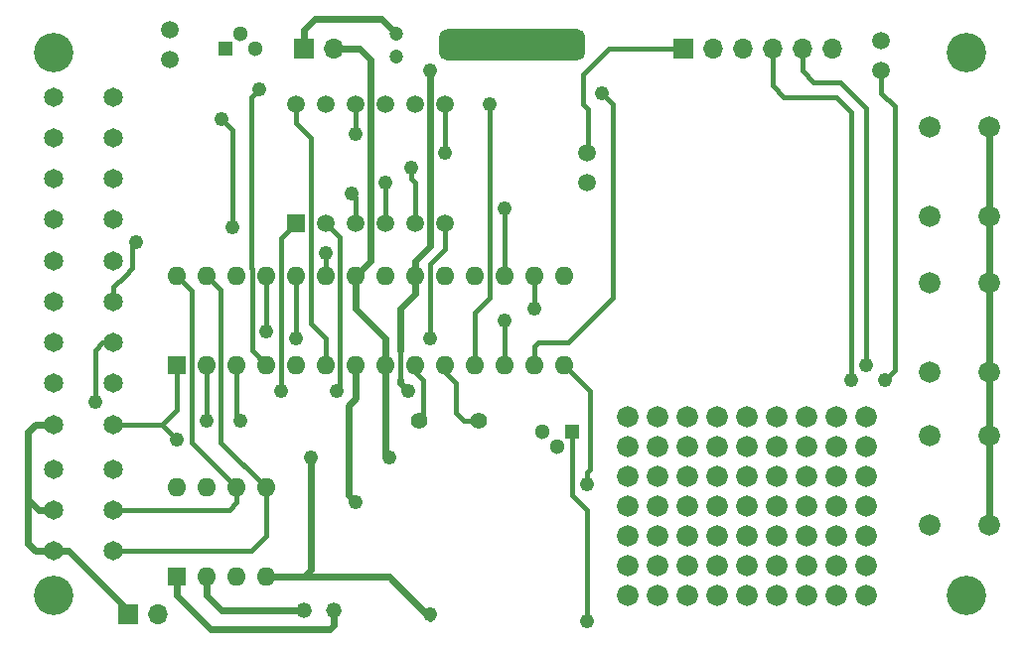
<source format=gbr>
%TF.GenerationSoftware,KiCad,Pcbnew,(5.1.6)-1*%
%TF.CreationDate,2021-02-06T11:25:37-03:00*%
%TF.ProjectId,GaroaRelogio,4761726f-6152-4656-9c6f-67696f2e6b69,rev?*%
%TF.SameCoordinates,Original*%
%TF.FileFunction,Copper,L2,Bot*%
%TF.FilePolarity,Positive*%
%FSLAX46Y46*%
G04 Gerber Fmt 4.6, Leading zero omitted, Abs format (unit mm)*
G04 Created by KiCad (PCBNEW (5.1.6)-1) date 2021-02-06 11:25:37*
%MOMM*%
%LPD*%
G01*
G04 APERTURE LIST*
%TA.AperFunction,ComponentPad*%
%ADD10C,1.828800*%
%TD*%
%TA.AperFunction,ComponentPad*%
%ADD11R,1.500000X1.500000*%
%TD*%
%TA.AperFunction,ComponentPad*%
%ADD12C,1.500000*%
%TD*%
%TA.AperFunction,ComponentPad*%
%ADD13R,1.300000X1.300000*%
%TD*%
%TA.AperFunction,ComponentPad*%
%ADD14C,1.300000*%
%TD*%
%TA.AperFunction,ComponentPad*%
%ADD15C,1.422400*%
%TD*%
%TA.AperFunction,ComponentPad*%
%ADD16R,1.700000X1.700000*%
%TD*%
%TA.AperFunction,ComponentPad*%
%ADD17O,1.700000X1.700000*%
%TD*%
%TA.AperFunction,ComponentPad*%
%ADD18C,1.200000*%
%TD*%
%TA.AperFunction,ComponentPad*%
%ADD19R,1.600000X1.600000*%
%TD*%
%TA.AperFunction,ComponentPad*%
%ADD20O,1.600000X1.600000*%
%TD*%
%TA.AperFunction,ComponentPad*%
%ADD21C,1.651000*%
%TD*%
%TA.AperFunction,ComponentPad*%
%ADD22C,1.320800*%
%TD*%
%TA.AperFunction,ComponentPad*%
%ADD23C,3.352800*%
%TD*%
%TA.AperFunction,ViaPad*%
%ADD24C,1.219200*%
%TD*%
%TA.AperFunction,Conductor*%
%ADD25C,0.609600*%
%TD*%
%TA.AperFunction,Conductor*%
%ADD26C,0.406400*%
%TD*%
G04 APERTURE END LIST*
%TO.P,PAD,1*%
%TO.N,N/C*%
%TA.AperFunction,ComponentPad*%
G36*
G01*
X131862500Y-60987500D02*
X131862500Y-59662500D01*
G75*
G02*
X132525000Y-59000000I662500J0D01*
G01*
X143700000Y-59000000D01*
G75*
G02*
X144362500Y-59662500I0J-662500D01*
G01*
X144362500Y-60987500D01*
G75*
G02*
X143700000Y-61650000I-662500J0D01*
G01*
X132525000Y-61650000D01*
G75*
G02*
X131862500Y-60987500I0J662500D01*
G01*
G37*
%TD.AperFunction*%
%TD*%
D10*
%TO.P,PAD,1*%
%TO.N,N/C*%
X168275000Y-107315000D03*
%TD*%
%TO.P,PAD,1*%
%TO.N,N/C*%
X150495000Y-107315000D03*
%TD*%
%TO.P,PAD,1*%
%TO.N,N/C*%
X153035000Y-107315000D03*
%TD*%
%TO.P,PAD,1*%
%TO.N,N/C*%
X163195000Y-107315000D03*
%TD*%
%TO.P,PAD,1*%
%TO.N,N/C*%
X160655000Y-107315000D03*
%TD*%
%TO.P,PAD,1*%
%TO.N,N/C*%
X147955000Y-107315000D03*
%TD*%
%TO.P,PAD,1*%
%TO.N,N/C*%
X165735000Y-107315000D03*
%TD*%
%TO.P,PAD,1*%
%TO.N,N/C*%
X158115000Y-107315000D03*
%TD*%
%TO.P,PAD,1*%
%TO.N,N/C*%
X155575000Y-107315000D03*
%TD*%
%TO.P,PAD,1*%
%TO.N,N/C*%
X168275000Y-104775000D03*
%TD*%
%TO.P,PAD,1*%
%TO.N,N/C*%
X150495000Y-104775000D03*
%TD*%
%TO.P,PAD,1*%
%TO.N,N/C*%
X153035000Y-104775000D03*
%TD*%
%TO.P,PAD,1*%
%TO.N,N/C*%
X163195000Y-104775000D03*
%TD*%
%TO.P,PAD,1*%
%TO.N,N/C*%
X160655000Y-104775000D03*
%TD*%
%TO.P,PAD,1*%
%TO.N,N/C*%
X147955000Y-104775000D03*
%TD*%
%TO.P,PAD,1*%
%TO.N,N/C*%
X165735000Y-104775000D03*
%TD*%
%TO.P,PAD,1*%
%TO.N,N/C*%
X158115000Y-104775000D03*
%TD*%
%TO.P,PAD,1*%
%TO.N,N/C*%
X155575000Y-104775000D03*
%TD*%
%TO.P,PAD,1*%
%TO.N,N/C*%
X168275000Y-102235000D03*
%TD*%
%TO.P,PAD,1*%
%TO.N,N/C*%
X150495000Y-102235000D03*
%TD*%
%TO.P,PAD,1*%
%TO.N,N/C*%
X153035000Y-102235000D03*
%TD*%
%TO.P,PAD,1*%
%TO.N,N/C*%
X163195000Y-102235000D03*
%TD*%
%TO.P,PAD,1*%
%TO.N,N/C*%
X160655000Y-102235000D03*
%TD*%
%TO.P,PAD,1*%
%TO.N,N/C*%
X147955000Y-102235000D03*
%TD*%
%TO.P,PAD,1*%
%TO.N,N/C*%
X165735000Y-102235000D03*
%TD*%
%TO.P,PAD,1*%
%TO.N,N/C*%
X158115000Y-102235000D03*
%TD*%
%TO.P,PAD,1*%
%TO.N,N/C*%
X155575000Y-102235000D03*
%TD*%
%TO.P,PAD,1*%
%TO.N,N/C*%
X168275000Y-99695000D03*
%TD*%
%TO.P,PAD,1*%
%TO.N,N/C*%
X150495000Y-99695000D03*
%TD*%
%TO.P,PAD,1*%
%TO.N,N/C*%
X153035000Y-99695000D03*
%TD*%
%TO.P,PAD,1*%
%TO.N,N/C*%
X163195000Y-99695000D03*
%TD*%
%TO.P,PAD,1*%
%TO.N,N/C*%
X160655000Y-99695000D03*
%TD*%
%TO.P,PAD,1*%
%TO.N,N/C*%
X147955000Y-99695000D03*
%TD*%
%TO.P,PAD,1*%
%TO.N,N/C*%
X165735000Y-99695000D03*
%TD*%
%TO.P,PAD,1*%
%TO.N,N/C*%
X158115000Y-99695000D03*
%TD*%
%TO.P,PAD,1*%
%TO.N,N/C*%
X155575000Y-99695000D03*
%TD*%
%TO.P,PAD,1*%
%TO.N,N/C*%
X168275000Y-97155000D03*
%TD*%
%TO.P,PAD,1*%
%TO.N,N/C*%
X150495000Y-97155000D03*
%TD*%
%TO.P,PAD,1*%
%TO.N,N/C*%
X153035000Y-97155000D03*
%TD*%
%TO.P,PAD,1*%
%TO.N,N/C*%
X163195000Y-97155000D03*
%TD*%
%TO.P,PAD,1*%
%TO.N,N/C*%
X160655000Y-97155000D03*
%TD*%
%TO.P,PAD,1*%
%TO.N,N/C*%
X147955000Y-97155000D03*
%TD*%
%TO.P,PAD,1*%
%TO.N,N/C*%
X165735000Y-97155000D03*
%TD*%
%TO.P,PAD,1*%
%TO.N,N/C*%
X158115000Y-97155000D03*
%TD*%
%TO.P,PAD,1*%
%TO.N,N/C*%
X155575000Y-97155000D03*
%TD*%
%TO.P,PAD,1*%
%TO.N,N/C*%
X168275000Y-94615000D03*
%TD*%
%TO.P,PAD,1*%
%TO.N,N/C*%
X150495000Y-94615000D03*
%TD*%
%TO.P,PAD,1*%
%TO.N,N/C*%
X153035000Y-94615000D03*
%TD*%
%TO.P,PAD,1*%
%TO.N,N/C*%
X155575000Y-94615000D03*
%TD*%
%TO.P,PAD,1*%
%TO.N,N/C*%
X158115000Y-94615000D03*
%TD*%
%TO.P,PAD,1*%
%TO.N,N/C*%
X165735000Y-94615000D03*
%TD*%
%TO.P,PAD,1*%
%TO.N,N/C*%
X147955000Y-94615000D03*
%TD*%
%TO.P,PAD,1*%
%TO.N,N/C*%
X160655000Y-94615000D03*
%TD*%
%TO.P,PAD,1*%
%TO.N,N/C*%
X163195000Y-94615000D03*
%TD*%
%TO.P,PAD,1*%
%TO.N,N/C*%
X168275000Y-92075000D03*
%TD*%
%TO.P,PAD,1*%
%TO.N,N/C*%
X165735000Y-92075000D03*
%TD*%
%TO.P,PAD,1*%
%TO.N,N/C*%
X163195000Y-92075000D03*
%TD*%
%TO.P,PAD,1*%
%TO.N,N/C*%
X160655000Y-92075000D03*
%TD*%
%TO.P,PAD,1*%
%TO.N,N/C*%
X158115000Y-92075000D03*
%TD*%
%TO.P,PAD,1*%
%TO.N,N/C*%
X155575000Y-92075000D03*
%TD*%
%TO.P,PAD,1*%
%TO.N,N/C*%
X153035000Y-92075000D03*
%TD*%
%TO.P,PAD,1*%
%TO.N,N/C*%
X150495000Y-92075000D03*
%TD*%
%TO.P,PAD,1*%
%TO.N,N/C*%
X147955000Y-92075000D03*
%TD*%
D11*
%TO.P,DSP1,1*%
%TO.N,Net-(DSP1-Pad1)*%
X119697500Y-75565000D03*
D12*
%TO.P,DSP1,2*%
%TO.N,Net-(DSP1-Pad2)*%
X122237500Y-75565000D03*
%TO.P,DSP1,3*%
%TO.N,Net-(DSP1-Pad3)*%
X124777500Y-75565000D03*
%TO.P,DSP1,4*%
%TO.N,Net-(DSP1-Pad4)*%
X127317500Y-75565000D03*
%TO.P,DSP1,5*%
%TO.N,Net-(DSP1-Pad5)*%
X129857500Y-75565000D03*
%TO.P,DSP1,6*%
%TO.N,DIG4*%
X132397500Y-75565000D03*
%TO.P,DSP1,7*%
%TO.N,Net-(DSP1-Pad7)*%
X132397500Y-65405000D03*
%TO.P,DSP1,8*%
%TO.N,DIG3*%
X129857500Y-65405000D03*
%TO.P,DSP1,9*%
%TO.N,DIG2*%
X127317500Y-65405000D03*
%TO.P,DSP1,10*%
%TO.N,Net-(DSP1-Pad10)*%
X124777500Y-65405000D03*
%TO.P,DSP1,11*%
%TO.N,Net-(DSP1-Pad11)*%
X122237500Y-65405000D03*
%TO.P,DSP1,12*%
%TO.N,DIG1*%
X119697500Y-65405000D03*
%TD*%
D13*
%TO.P,Q1,1*%
%TO.N,Net-(BZ1-Pad2)*%
X143192500Y-93345000D03*
D14*
%TO.P,Q1,3*%
%TO.N,GND*%
X140652500Y-93345000D03*
%TO.P,Q1,2*%
%TO.N,Net-(Q1-Pad2)*%
X141922500Y-94615000D03*
%TD*%
D10*
%TO.P,SW1,1*%
%TO.N,Net-(CI1-Pad17)*%
X173672500Y-67310000D03*
%TO.P,SW1,2*%
%TO.N,GND*%
X178752500Y-67310000D03*
%TO.P,SW1,1*%
%TO.N,Net-(CI1-Pad17)*%
X173672500Y-74930000D03*
%TO.P,SW1,2*%
%TO.N,GND*%
X178752500Y-74930000D03*
%TD*%
D15*
%TO.P,X1,1*%
%TO.N,Net-(CI1-Pad9)*%
X130175000Y-92392500D03*
%TO.P,X1,2*%
%TO.N,Net-(CI1-Pad10)*%
X135255000Y-92392500D03*
%TD*%
D16*
%TO.P,BZ1,1*%
%TO.N,+5V*%
X105410000Y-108902500D03*
D17*
%TO.P,BZ1,2*%
%TO.N,Net-(BZ1-Pad2)*%
X107950000Y-108902500D03*
%TD*%
D12*
%TO.P,C1,1*%
%TO.N,Net-(C1-Pad1)*%
X144462500Y-72072500D03*
%TO.P,C1,2*%
%TO.N,GND*%
X144462500Y-69532500D03*
%TD*%
D18*
%TO.P,C2,1*%
%TO.N,Net-(C2-Pad1)*%
X128270000Y-59372500D03*
%TO.P,C2,2*%
%TO.N,GND*%
X128270000Y-61372500D03*
%TD*%
D12*
%TO.P,C3,2*%
%TO.N,GND*%
X108902500Y-59055000D03*
%TO.P,C3,1*%
%TO.N,+5V*%
X108902500Y-61595000D03*
%TD*%
%TO.P,C7,1*%
%TO.N,Net-(C7-Pad1)*%
X169545000Y-60007500D03*
%TO.P,C7,2*%
%TO.N,Net-(C7-Pad2)*%
X169545000Y-62547500D03*
%TD*%
D19*
%TO.P,CI1,1*%
%TO.N,Net-(C7-Pad2)*%
X109537500Y-87630000D03*
D20*
%TO.P,CI1,15*%
%TO.N,DP*%
X142557500Y-80010000D03*
%TO.P,CI1,2*%
%TO.N,Net-(CI1-Pad2)*%
X112077500Y-87630000D03*
%TO.P,CI1,16*%
%TO.N,G*%
X140017500Y-80010000D03*
%TO.P,CI1,3*%
%TO.N,Net-(CI1-Pad3)*%
X114617500Y-87630000D03*
%TO.P,CI1,17*%
%TO.N,Net-(CI1-Pad17)*%
X137477500Y-80010000D03*
%TO.P,CI1,4*%
%TO.N,DIG3*%
X117157500Y-87630000D03*
%TO.P,CI1,18*%
%TO.N,Net-(CI1-Pad18)*%
X134937500Y-80010000D03*
%TO.P,CI1,5*%
%TO.N,DIG4*%
X119697500Y-87630000D03*
%TO.P,CI1,19*%
%TO.N,Net-(CI1-Pad19)*%
X132397500Y-80010000D03*
%TO.P,CI1,6*%
%TO.N,DIG1*%
X122237500Y-87630000D03*
%TO.P,CI1,20*%
%TO.N,+5V*%
X129857500Y-80010000D03*
%TO.P,CI1,7*%
X124777500Y-87630000D03*
%TO.P,CI1,21*%
%TO.N,Net-(C1-Pad1)*%
X127317500Y-80010000D03*
%TO.P,CI1,8*%
%TO.N,GND*%
X127317500Y-87630000D03*
%TO.P,CI1,22*%
X124777500Y-80010000D03*
%TO.P,CI1,9*%
%TO.N,Net-(CI1-Pad9)*%
X129857500Y-87630000D03*
%TO.P,CI1,23*%
%TO.N,F*%
X122237500Y-80010000D03*
%TO.P,CI1,10*%
%TO.N,Net-(CI1-Pad10)*%
X132397500Y-87630000D03*
%TO.P,CI1,24*%
%TO.N,E*%
X119697500Y-80010000D03*
%TO.P,CI1,11*%
%TO.N,DIG2*%
X134937500Y-87630000D03*
%TO.P,CI1,25*%
%TO.N,D*%
X117157500Y-80010000D03*
%TO.P,CI1,12*%
%TO.N,B*%
X137477500Y-87630000D03*
%TO.P,CI1,26*%
%TO.N,C*%
X114617500Y-80010000D03*
%TO.P,CI1,13*%
%TO.N,A*%
X140017500Y-87630000D03*
%TO.P,CI1,27*%
%TO.N,/i2C_SDA*%
X112077500Y-80010000D03*
%TO.P,CI1,14*%
%TO.N,Net-(CI1-Pad14)*%
X142557500Y-87630000D03*
%TO.P,CI1,28*%
%TO.N,/i2C_SCL*%
X109537500Y-80010000D03*
%TD*%
D19*
%TO.P,CI2,1*%
%TO.N,Net-(CI2-Pad1)*%
X109537500Y-105727500D03*
D20*
%TO.P,CI2,5*%
%TO.N,/i2C_SDA*%
X117157500Y-98107500D03*
%TO.P,CI2,2*%
%TO.N,Net-(CI2-Pad2)*%
X112077500Y-105727500D03*
%TO.P,CI2,6*%
%TO.N,/i2C_SCL*%
X114617500Y-98107500D03*
%TO.P,CI2,3*%
%TO.N,Net-(BAT1-Pad1)*%
X114617500Y-105727500D03*
%TO.P,CI2,7*%
%TO.N,Net-(CI2-Pad7)*%
X112077500Y-98107500D03*
%TO.P,CI2,4*%
%TO.N,GND*%
X117157500Y-105727500D03*
%TO.P,CI2,8*%
%TO.N,+5V*%
X109537500Y-98107500D03*
%TD*%
D16*
%TO.P,P1,1*%
%TO.N,GND*%
X152717500Y-60642500D03*
D17*
%TO.P,P1,2*%
%TO.N,Net-(P1-Pad2)*%
X155257500Y-60642500D03*
%TO.P,P1,3*%
%TO.N,+5V*%
X157797500Y-60642500D03*
%TO.P,P1,4*%
%TO.N,Net-(CI1-Pad2)*%
X160337500Y-60642500D03*
%TO.P,P1,5*%
%TO.N,Net-(CI1-Pad3)*%
X162877500Y-60642500D03*
%TO.P,P1,6*%
%TO.N,Net-(C7-Pad1)*%
X165417500Y-60642500D03*
%TD*%
%TO.P,P2,2*%
%TO.N,GND*%
X122872500Y-60642500D03*
D16*
%TO.P,P2,1*%
%TO.N,Net-(C2-Pad1)*%
X120332500Y-60642500D03*
%TD*%
D21*
%TO.P,R3,2*%
%TO.N,Net-(CI1-Pad14)*%
X104140000Y-96520000D03*
%TO.P,R3,1*%
%TO.N,Net-(Q1-Pad2)*%
X99060000Y-96520000D03*
%TD*%
%TO.P,R7,2*%
%TO.N,B*%
X99060000Y-71755000D03*
%TO.P,R7,1*%
%TO.N,Net-(DSP1-Pad7)*%
X104140000Y-71755000D03*
%TD*%
%TO.P,R8,2*%
%TO.N,D*%
X99060000Y-85725000D03*
%TO.P,R8,1*%
%TO.N,Net-(DSP1-Pad2)*%
X104140000Y-85725000D03*
%TD*%
%TO.P,R9,2*%
%TO.N,F*%
X99060000Y-68262500D03*
%TO.P,R9,1*%
%TO.N,Net-(DSP1-Pad10)*%
X104140000Y-68262500D03*
%TD*%
%TO.P,R10,2*%
%TO.N,DP*%
X99060000Y-82232500D03*
%TO.P,R10,1*%
%TO.N,Net-(DSP1-Pad3)*%
X104140000Y-82232500D03*
%TD*%
%TO.P,R11,1*%
%TO.N,Net-(DSP1-Pad11)*%
X104140000Y-64770000D03*
%TO.P,R11,2*%
%TO.N,A*%
X99060000Y-64770000D03*
%TD*%
%TO.P,R12,1*%
%TO.N,Net-(DSP1-Pad4)*%
X104140000Y-78740000D03*
%TO.P,R12,2*%
%TO.N,C*%
X99060000Y-78740000D03*
%TD*%
%TO.P,R13,1*%
%TO.N,Net-(DSP1-Pad1)*%
X104140000Y-89217500D03*
%TO.P,R13,2*%
%TO.N,E*%
X99060000Y-89217500D03*
%TD*%
%TO.P,R14,1*%
%TO.N,Net-(DSP1-Pad5)*%
X104140000Y-75247500D03*
%TO.P,R14,2*%
%TO.N,G*%
X99060000Y-75247500D03*
%TD*%
D10*
%TO.P,SW2,2*%
%TO.N,GND*%
X178752500Y-88265000D03*
%TO.P,SW2,1*%
%TO.N,Net-(CI1-Pad18)*%
X173672500Y-88265000D03*
%TO.P,SW2,2*%
%TO.N,GND*%
X178752500Y-80645000D03*
%TO.P,SW2,1*%
%TO.N,Net-(CI1-Pad18)*%
X173672500Y-80645000D03*
%TD*%
%TO.P,SW3,1*%
%TO.N,Net-(CI1-Pad19)*%
X173672500Y-93662500D03*
%TO.P,SW3,2*%
%TO.N,GND*%
X178752500Y-93662500D03*
%TO.P,SW3,1*%
%TO.N,Net-(CI1-Pad19)*%
X173672500Y-101282500D03*
%TO.P,SW3,2*%
%TO.N,GND*%
X178752500Y-101282500D03*
%TD*%
D22*
%TO.P,X2,1*%
%TO.N,Net-(CI2-Pad2)*%
X120332500Y-108585000D03*
%TO.P,X2,2*%
%TO.N,Net-(CI2-Pad1)*%
X122872500Y-108585000D03*
%TD*%
D21*
%TO.P,R5,1*%
%TO.N,+5V*%
X99060000Y-92710000D03*
%TO.P,R5,2*%
%TO.N,Net-(C7-Pad2)*%
X104140000Y-92710000D03*
%TD*%
D14*
%TO.P,CI3,2*%
%TO.N,GND*%
X114935000Y-59372500D03*
%TO.P,CI3,3*%
%TO.N,Net-(C2-Pad1)*%
X116205000Y-60642500D03*
D13*
%TO.P,CI3,1*%
%TO.N,+5V*%
X113665000Y-60642500D03*
%TD*%
D21*
%TO.P,R15,2*%
%TO.N,+5V*%
X99060000Y-100012500D03*
%TO.P,R15,1*%
%TO.N,/i2C_SCL*%
X104140000Y-100012500D03*
%TD*%
%TO.P,R16,1*%
%TO.N,/i2C_SDA*%
X104140000Y-103505000D03*
%TO.P,R16,2*%
%TO.N,+5V*%
X99060000Y-103505000D03*
%TD*%
D23*
%TO.P,Z1,1*%
%TO.N,Net-(Z1-Pad1)*%
X99060000Y-60960000D03*
%TD*%
%TO.P,Z2,1*%
%TO.N,Net-(Z2-Pad1)*%
X99060000Y-107315000D03*
%TD*%
%TO.P,Z3,1*%
%TO.N,Net-(Z3-Pad1)*%
X176847500Y-60960000D03*
%TD*%
%TO.P,Z4,1*%
%TO.N,Net-(Z4-Pad1)*%
X176847500Y-107315000D03*
%TD*%
D24*
%TO.N,GND*%
X131127500Y-108902500D03*
X127635000Y-95567500D03*
X120967500Y-95567500D03*
%TO.N,+5V*%
X124777500Y-99377500D03*
X129222500Y-89852500D03*
X131127500Y-62547500D03*
%TO.N,Net-(BZ1-Pad2)*%
X144462500Y-109537500D03*
%TO.N,Net-(C7-Pad2)*%
X109537500Y-93980000D03*
X169862500Y-88900000D03*
%TO.N,Net-(CI1-Pad2)*%
X112077500Y-92392500D03*
X167005000Y-88900000D03*
%TO.N,G*%
X140017500Y-82867500D03*
%TO.N,Net-(CI1-Pad3)*%
X114935000Y-92392500D03*
X168275000Y-87630000D03*
%TO.N,Net-(CI1-Pad17)*%
X137477500Y-74295000D03*
%TO.N,DIG3*%
X116522500Y-64135000D03*
%TO.N,DIG4*%
X131127500Y-85407500D03*
%TO.N,F*%
X122237500Y-78105000D03*
X114300000Y-75882500D03*
X113347500Y-66675000D03*
%TO.N,E*%
X119697500Y-85407500D03*
%TO.N,DIG2*%
X136207500Y-65405000D03*
%TO.N,D*%
X117157500Y-84772500D03*
%TO.N,B*%
X137477500Y-83820000D03*
%TO.N,A*%
X145732500Y-64452500D03*
%TO.N,Net-(CI1-Pad14)*%
X144462500Y-97790000D03*
%TO.N,Net-(DSP1-Pad1)*%
X118427500Y-89852500D03*
%TO.N,Net-(DSP1-Pad2)*%
X102552500Y-90805000D03*
X123190000Y-89852500D03*
%TO.N,Net-(DSP1-Pad3)*%
X106045000Y-77152500D03*
X124460000Y-73025000D03*
%TO.N,Net-(DSP1-Pad4)*%
X127317500Y-72072500D03*
%TO.N,Net-(DSP1-Pad5)*%
X129540000Y-70802500D03*
X129540000Y-70802500D03*
%TO.N,Net-(DSP1-Pad7)*%
X132397500Y-69532500D03*
%TO.N,Net-(DSP1-Pad10)*%
X124777500Y-67945000D03*
%TD*%
D25*
%TO.N,GND*%
X178752500Y-67310000D02*
X178752500Y-74930000D01*
X178752500Y-74930000D02*
X178752500Y-80645000D01*
X178752500Y-80645000D02*
X178752500Y-88265000D01*
X178752500Y-88265000D02*
X178752500Y-93662500D01*
X178752500Y-93662500D02*
X178752500Y-101282500D01*
X127317500Y-87630000D02*
X127317500Y-85407500D01*
X127317500Y-85407500D02*
X124777500Y-82867500D01*
X124777500Y-82867500D02*
X124777500Y-80010000D01*
X120332500Y-105727500D02*
X117157500Y-105727500D01*
X131127500Y-108902500D02*
X131127500Y-109220000D01*
X131127500Y-109220000D02*
X127635000Y-105727500D01*
X127635000Y-105727500D02*
X120332500Y-105727500D01*
X125095000Y-60642500D02*
X122872500Y-60642500D01*
X126047500Y-61595000D02*
X125095000Y-60642500D01*
X124777500Y-80010000D02*
X126047500Y-78740000D01*
X126047500Y-78740000D02*
X126047500Y-61595000D01*
X120967500Y-105092500D02*
X120332500Y-105727500D01*
X120967500Y-95567500D02*
X120967500Y-105092500D01*
X127317500Y-95250000D02*
X127635000Y-95567500D01*
X127317500Y-87630000D02*
X127317500Y-95250000D01*
D26*
X146367500Y-60642500D02*
X152717500Y-60642500D01*
X144568420Y-69426580D02*
X144568420Y-65828420D01*
X144462500Y-69532500D02*
X144568420Y-69426580D01*
X144568420Y-65828420D02*
X144145000Y-65405000D01*
X144145000Y-65405000D02*
X144145000Y-62865000D01*
X144145000Y-62865000D02*
X146367500Y-60642500D01*
D25*
%TO.N,+5V*%
X97472500Y-103505000D02*
X99060000Y-103505000D01*
X96837500Y-102870000D02*
X97472500Y-103505000D01*
X99060000Y-92710000D02*
X97472500Y-92710000D01*
X97472500Y-92710000D02*
X96837500Y-93345000D01*
X99060000Y-100012500D02*
X97790000Y-100012500D01*
X96837500Y-93345000D02*
X96837500Y-99060000D01*
X97790000Y-100012500D02*
X96837500Y-99060000D01*
X96837500Y-99060000D02*
X96837500Y-102870000D01*
X105410000Y-108585000D02*
X105410000Y-108902500D01*
X99060000Y-103505000D02*
X100330000Y-103505000D01*
X100330000Y-103505000D02*
X105410000Y-108585000D01*
X124142500Y-98742500D02*
X124777500Y-99377500D01*
X124142500Y-91122500D02*
X124142500Y-98742500D01*
X124777500Y-87630000D02*
X124777500Y-90487500D01*
X124777500Y-90487500D02*
X124142500Y-91122500D01*
X129857500Y-80010000D02*
X129857500Y-81597500D01*
X129857500Y-81597500D02*
X128587500Y-82867500D01*
X128587500Y-82867500D02*
X128587500Y-86360000D01*
D26*
X128587500Y-86360000D02*
X128587500Y-88900000D01*
D25*
X128587500Y-88900000D02*
X128587500Y-89217500D01*
X128587500Y-89217500D02*
X129222500Y-89852500D01*
X129222500Y-89852500D02*
X129222500Y-89852500D01*
X129857500Y-78740000D02*
X129857500Y-80010000D01*
X131127500Y-77470000D02*
X129857500Y-78740000D01*
X131127500Y-62547500D02*
X131127500Y-77470000D01*
D26*
%TO.N,Net-(BZ1-Pad2)*%
X144462500Y-109537500D02*
X144462500Y-100012500D01*
X144462500Y-100012500D02*
X143192500Y-98742500D01*
X143192500Y-98742500D02*
X143192500Y-93345000D01*
D25*
%TO.N,Net-(C2-Pad1)*%
X127000000Y-58102500D02*
X128270000Y-59372500D01*
X121285000Y-58102500D02*
X127000000Y-58102500D01*
X120332500Y-60642500D02*
X120332500Y-59055000D01*
X120332500Y-59055000D02*
X121285000Y-58102500D01*
D26*
%TO.N,Net-(C7-Pad2)*%
X104140000Y-92710000D02*
X108267500Y-92710000D01*
X108267500Y-92710000D02*
X109537500Y-91440000D01*
X109537500Y-91440000D02*
X109537500Y-87630000D01*
X108267500Y-92710000D02*
X109537500Y-93980000D01*
X109537500Y-93980000D02*
X109537500Y-93980000D01*
X169545000Y-64452500D02*
X169545000Y-62547500D01*
X170698201Y-65605701D02*
X169545000Y-64452500D01*
X169862500Y-88900000D02*
X170698201Y-88064299D01*
X170698201Y-88064299D02*
X170698201Y-65605701D01*
%TO.N,Net-(CI1-Pad2)*%
X112077500Y-87630000D02*
X112077500Y-92392500D01*
X112077500Y-92392500D02*
X112077500Y-92392500D01*
X160337500Y-63817500D02*
X160337500Y-60642500D01*
X161290000Y-64770000D02*
X160337500Y-63817500D01*
X165735000Y-64770000D02*
X161290000Y-64770000D01*
X167005000Y-88900000D02*
X167005000Y-66040000D01*
X167005000Y-66040000D02*
X165735000Y-64770000D01*
%TO.N,G*%
X140017500Y-80010000D02*
X140017500Y-82867500D01*
%TO.N,Net-(CI1-Pad3)*%
X114617500Y-87630000D02*
X114617500Y-92075000D01*
X114617500Y-92075000D02*
X114935000Y-92392500D01*
X114935000Y-92392500D02*
X114935000Y-92392500D01*
X163830000Y-63500000D02*
X162877500Y-62547500D01*
X166052500Y-63500000D02*
X163830000Y-63500000D01*
X168275000Y-87630000D02*
X168275000Y-65722500D01*
X162877500Y-62547500D02*
X162877500Y-60642500D01*
X168275000Y-65722500D02*
X166052500Y-63500000D01*
%TO.N,Net-(CI1-Pad17)*%
X137477500Y-74295000D02*
X137477500Y-80010000D01*
%TO.N,DIG3*%
X115954299Y-86426799D02*
X115954299Y-79432463D01*
X117157500Y-87630000D02*
X115954299Y-86426799D01*
X115954299Y-79432463D02*
X115887500Y-79365664D01*
X115887500Y-79365664D02*
X115887500Y-75882500D01*
X115887500Y-75882500D02*
X115887500Y-64770000D01*
X115887500Y-64770000D02*
X116522500Y-64135000D01*
X116522500Y-64135000D02*
X116522500Y-64135000D01*
%TO.N,DIG4*%
X131127500Y-79057500D02*
X131127500Y-85407500D01*
X132397500Y-75565000D02*
X132397500Y-77787500D01*
X132397500Y-77787500D02*
X131127500Y-79057500D01*
%TO.N,DIG1*%
X122237500Y-87630000D02*
X122237500Y-85407500D01*
X122237500Y-85407500D02*
X120967500Y-84137500D01*
X120967500Y-84137500D02*
X120967500Y-68262500D01*
X120967500Y-68262500D02*
X119697500Y-66992500D01*
X119697500Y-66992500D02*
X119697500Y-65405000D01*
%TO.N,Net-(CI1-Pad9)*%
X129857500Y-87630000D02*
X129857500Y-88265000D01*
X129857500Y-88265000D02*
X130492500Y-88900000D01*
X130492500Y-92075000D02*
X130175000Y-92392500D01*
X130492500Y-88900000D02*
X130492500Y-92075000D01*
%TO.N,F*%
X122237500Y-80010000D02*
X122237500Y-78105000D01*
X122237500Y-78105000D02*
X122237500Y-78105000D01*
X114300000Y-75882500D02*
X114300000Y-67627500D01*
X114300000Y-67627500D02*
X113347500Y-66675000D01*
X113347500Y-66675000D02*
X113347500Y-66675000D01*
%TO.N,Net-(CI1-Pad10)*%
X133985000Y-92392500D02*
X135255000Y-92392500D01*
X133350000Y-91757500D02*
X133985000Y-92392500D01*
X133350000Y-89217500D02*
X133350000Y-91757500D01*
X132397500Y-87630000D02*
X132397500Y-88265000D01*
X132397500Y-88265000D02*
X133350000Y-89217500D01*
%TO.N,E*%
X119697500Y-85407500D02*
X119697500Y-80010000D01*
%TO.N,DIG2*%
X134937500Y-83185000D02*
X134937500Y-87630000D01*
X136207500Y-65405000D02*
X136207500Y-81915000D01*
X136207500Y-81915000D02*
X134937500Y-83185000D01*
%TO.N,D*%
X117157500Y-84772500D02*
X117157500Y-80010000D01*
%TO.N,B*%
X137477500Y-83820000D02*
X137477500Y-87630000D01*
%TO.N,A*%
X146685000Y-65405000D02*
X145732500Y-64452500D01*
X140017500Y-86042500D02*
X140335000Y-85725000D01*
X140017500Y-87630000D02*
X140017500Y-86042500D01*
X140335000Y-85725000D02*
X142875000Y-85725000D01*
X142875000Y-85725000D02*
X146685000Y-81915000D01*
X146685000Y-81915000D02*
X146685000Y-65405000D01*
%TO.N,/i2C_SDA*%
X104140000Y-103505000D02*
X115887500Y-103505000D01*
X115887500Y-103505000D02*
X117157500Y-102235000D01*
X117157500Y-102235000D02*
X117157500Y-98107500D01*
X113280701Y-81213201D02*
X112077500Y-80010000D01*
X113280701Y-94230701D02*
X113280701Y-81213201D01*
X117157500Y-98107500D02*
X113280701Y-94230701D01*
%TO.N,Net-(CI1-Pad14)*%
X144462500Y-97790000D02*
X144462500Y-96837500D01*
X144780000Y-89852500D02*
X142557500Y-87630000D01*
X144780000Y-96520000D02*
X144780000Y-89852500D01*
X144462500Y-96837500D02*
X144780000Y-96520000D01*
%TO.N,/i2C_SCL*%
X104140000Y-100012500D02*
X113982500Y-100012500D01*
X113982500Y-100012500D02*
X114617500Y-99377500D01*
X114617500Y-99377500D02*
X114617500Y-98107500D01*
X110807500Y-81280000D02*
X109537500Y-80010000D01*
X114617500Y-98107500D02*
X110807500Y-94297500D01*
X110807500Y-94297500D02*
X110807500Y-81280000D01*
D25*
%TO.N,Net-(CI2-Pad1)*%
X109537500Y-107315000D02*
X109537500Y-105727500D01*
X112395000Y-110172500D02*
X109537500Y-107315000D01*
X122555000Y-110172500D02*
X112395000Y-110172500D01*
X122872500Y-108585000D02*
X122872500Y-109855000D01*
X122872500Y-109855000D02*
X122555000Y-110172500D01*
%TO.N,Net-(CI2-Pad2)*%
X120332500Y-108585000D02*
X113347500Y-108585000D01*
X113347500Y-108585000D02*
X112077500Y-107315000D01*
X112077500Y-107315000D02*
X112077500Y-105727500D01*
D26*
%TO.N,Net-(DSP1-Pad1)*%
X119697500Y-75565000D02*
X118427500Y-76835000D01*
X118427500Y-76835000D02*
X118427500Y-89852500D01*
X118427500Y-89852500D02*
X118427500Y-90170000D01*
%TO.N,Net-(DSP1-Pad2)*%
X103187500Y-85725000D02*
X104140000Y-85725000D01*
X102552500Y-90805000D02*
X102552500Y-86360000D01*
X102552500Y-86360000D02*
X103187500Y-85725000D01*
X123440701Y-76768201D02*
X122237500Y-75565000D01*
X123190000Y-89852500D02*
X123440701Y-89919299D01*
X123440701Y-89919299D02*
X123440701Y-76768201D01*
%TO.N,Net-(DSP1-Pad3)*%
X104140000Y-82232500D02*
X104140000Y-80962500D01*
X104140000Y-80962500D02*
X105092500Y-80010000D01*
X105092500Y-80010000D02*
X105727500Y-79375000D01*
X105727500Y-79375000D02*
X105727500Y-77470000D01*
X105727500Y-77470000D02*
X106045000Y-77152500D01*
X106045000Y-77152500D02*
X106045000Y-77152500D01*
X124777500Y-73342500D02*
X124460000Y-73025000D01*
X124777500Y-75565000D02*
X124777500Y-73342500D01*
%TO.N,Net-(DSP1-Pad4)*%
X127317500Y-72072500D02*
X127317500Y-75565000D01*
%TO.N,Net-(DSP1-Pad5)*%
X129857500Y-75565000D02*
X129857500Y-72072500D01*
X129857500Y-72072500D02*
X129540000Y-71755000D01*
X129540000Y-71755000D02*
X129540000Y-70802500D01*
%TO.N,Net-(DSP1-Pad7)*%
X132397500Y-68262500D02*
X132397500Y-65405000D01*
X132397500Y-69532500D02*
X132397500Y-68262500D01*
%TO.N,Net-(DSP1-Pad10)*%
X124777500Y-66675000D02*
X124777500Y-65405000D01*
X124777500Y-67945000D02*
X124777500Y-66675000D01*
%TD*%
M02*

</source>
